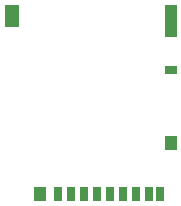
<source format=gtp>
G04 #@! TF.GenerationSoftware,KiCad,Pcbnew,6.0.9*
G04 #@! TF.CreationDate,2022-11-20T11:42:09+03:00*
G04 #@! TF.ProjectId,sd-card_adapter_esp32,73642d63-6172-4645-9f61-646170746572,rev?*
G04 #@! TF.SameCoordinates,Original*
G04 #@! TF.FileFunction,Paste,Top*
G04 #@! TF.FilePolarity,Positive*
%FSLAX46Y46*%
G04 Gerber Fmt 4.6, Leading zero omitted, Abs format (unit mm)*
G04 Created by KiCad (PCBNEW 6.0.9) date 2022-11-20 11:42:09*
%MOMM*%
%LPD*%
G01*
G04 APERTURE LIST*
%ADD10R,1.300000X1.900000*%
%ADD11R,1.000000X2.800000*%
%ADD12R,1.000000X1.200000*%
%ADD13R,1.000000X0.800000*%
%ADD14R,0.700000X1.200000*%
G04 APERTURE END LIST*
D10*
X105149998Y-62565000D03*
D11*
X118649998Y-63015000D03*
D12*
X118649998Y-73365000D03*
X107499998Y-77665000D03*
D13*
X118649998Y-67165000D03*
D14*
X117699998Y-77665000D03*
X116749998Y-77665000D03*
X115649998Y-77665000D03*
X114549998Y-77665000D03*
X113449998Y-77665000D03*
X112349998Y-77665000D03*
X111249998Y-77665000D03*
X110149998Y-77665000D03*
X109049998Y-77665000D03*
M02*

</source>
